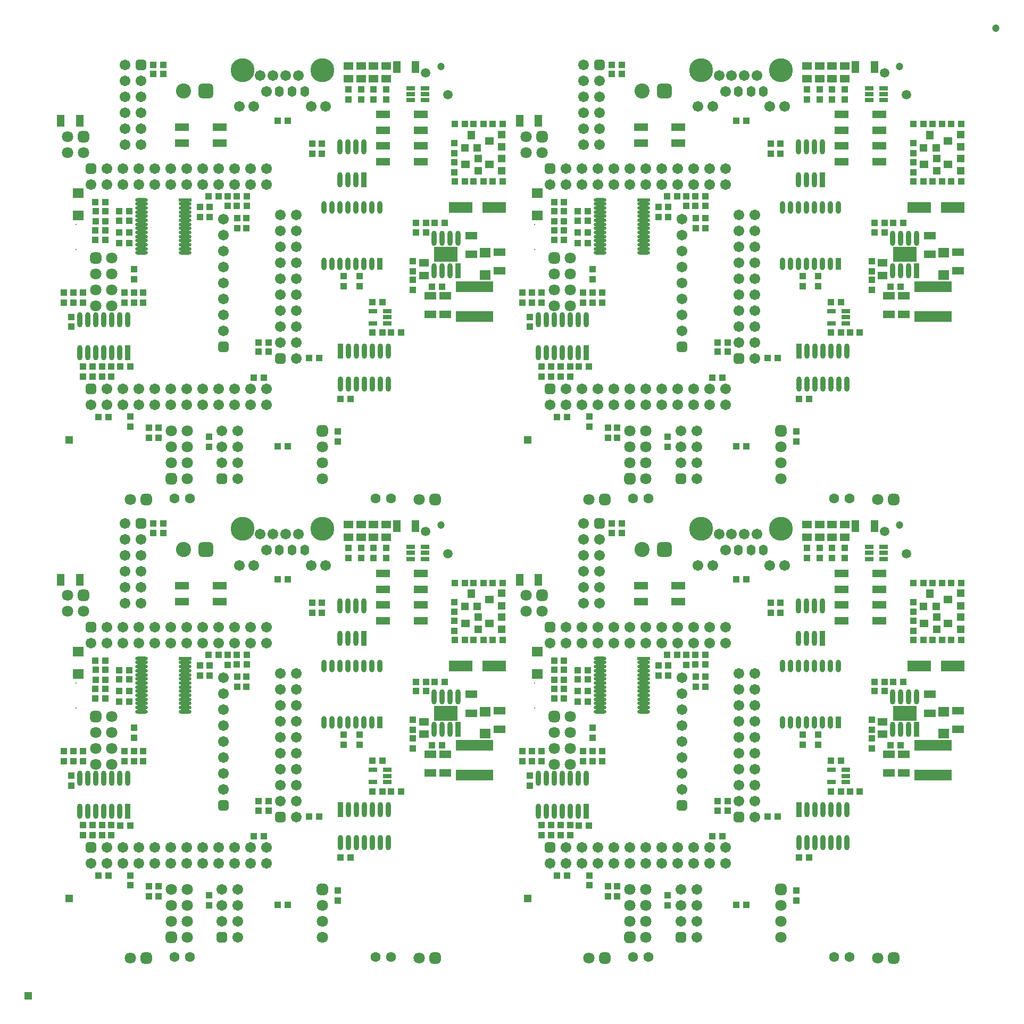
<source format=gbs>
G04*
G04 #@! TF.GenerationSoftware,Altium Limited,Altium Designer,18.1.11 (251)*
G04*
G04 Layer_Color=16711935*
%FSLAX24Y24*%
%MOIN*%
G70*
G01*
G75*
%ADD60C,0.0474*%
%ADD61R,0.0474X0.0474*%
%ADD64R,0.0395X0.0434*%
%ADD66R,0.0789X0.0237*%
%ADD68C,0.0592*%
G04:AMPARAMS|DCode=69|XSize=71mil|YSize=71mil|CornerRadius=19.7mil|HoleSize=0mil|Usage=FLASHONLY|Rotation=270.000|XOffset=0mil|YOffset=0mil|HoleType=Round|Shape=RoundedRectangle|*
%AMROUNDEDRECTD69*
21,1,0.0710,0.0315,0,0,270.0*
21,1,0.0315,0.0710,0,0,270.0*
1,1,0.0395,-0.0157,-0.0157*
1,1,0.0395,-0.0157,0.0157*
1,1,0.0395,0.0157,0.0157*
1,1,0.0395,0.0157,-0.0157*
%
%ADD69ROUNDEDRECTD69*%
%ADD70C,0.0710*%
%ADD71C,0.0671*%
G04:AMPARAMS|DCode=72|XSize=67.1mil|YSize=67.1mil|CornerRadius=18.8mil|HoleSize=0mil|Usage=FLASHONLY|Rotation=0.000|XOffset=0mil|YOffset=0mil|HoleType=Round|Shape=RoundedRectangle|*
%AMROUNDEDRECTD72*
21,1,0.0671,0.0295,0,0,0.0*
21,1,0.0295,0.0671,0,0,0.0*
1,1,0.0375,0.0148,-0.0148*
1,1,0.0375,-0.0148,-0.0148*
1,1,0.0375,-0.0148,0.0148*
1,1,0.0375,0.0148,0.0148*
%
%ADD72ROUNDEDRECTD72*%
G04:AMPARAMS|DCode=73|XSize=67.1mil|YSize=67.1mil|CornerRadius=18.8mil|HoleSize=0mil|Usage=FLASHONLY|Rotation=90.000|XOffset=0mil|YOffset=0mil|HoleType=Round|Shape=RoundedRectangle|*
%AMROUNDEDRECTD73*
21,1,0.0671,0.0295,0,0,90.0*
21,1,0.0295,0.0671,0,0,90.0*
1,1,0.0375,0.0148,0.0148*
1,1,0.0375,0.0148,-0.0148*
1,1,0.0375,-0.0148,-0.0148*
1,1,0.0375,-0.0148,0.0148*
%
%ADD73ROUNDEDRECTD73*%
%ADD74C,0.0631*%
%ADD75C,0.0080*%
G04:AMPARAMS|DCode=76|XSize=71mil|YSize=71mil|CornerRadius=19.7mil|HoleSize=0mil|Usage=FLASHONLY|Rotation=180.000|XOffset=0mil|YOffset=0mil|HoleType=Round|Shape=RoundedRectangle|*
%AMROUNDEDRECTD76*
21,1,0.0710,0.0315,0,0,180.0*
21,1,0.0315,0.0710,0,0,180.0*
1,1,0.0395,-0.0157,0.0157*
1,1,0.0395,0.0157,0.0157*
1,1,0.0395,0.0157,-0.0157*
1,1,0.0395,-0.0157,-0.0157*
%
%ADD76ROUNDEDRECTD76*%
%ADD77O,0.0552X0.0671*%
%ADD78C,0.1497*%
%ADD79C,0.0946*%
G04:AMPARAMS|DCode=80|XSize=94.6mil|YSize=94.6mil|CornerRadius=25.7mil|HoleSize=0mil|Usage=FLASHONLY|Rotation=90.000|XOffset=0mil|YOffset=0mil|HoleType=Round|Shape=RoundedRectangle|*
%AMROUNDEDRECTD80*
21,1,0.0946,0.0433,0,0,90.0*
21,1,0.0433,0.0946,0,0,90.0*
1,1,0.0513,0.0217,0.0217*
1,1,0.0513,0.0217,-0.0217*
1,1,0.0513,-0.0217,-0.0217*
1,1,0.0513,-0.0217,0.0217*
%
%ADD80ROUNDEDRECTD80*%
%ADD81O,0.0336X0.0946*%
%ADD82R,0.0336X0.0946*%
%ADD83R,0.0592X0.0513*%
%ADD84R,0.0434X0.0395*%
%ADD85R,0.2324X0.0710*%
%ADD86R,0.0671X0.0592*%
%ADD87R,0.0474X0.0749*%
%ADD88O,0.0789X0.0237*%
%ADD89R,0.0552X0.0316*%
%ADD90R,0.0552X0.0474*%
%ADD91O,0.0324X0.0781*%
%ADD92R,0.0324X0.0781*%
%ADD93R,0.0474X0.0474*%
%ADD94R,0.0474X0.0552*%
%ADD95R,0.1458X0.0946*%
%ADD96R,0.0867X0.0513*%
%ADD97R,0.0749X0.0474*%
%ADD98R,0.1458X0.0710*%
D60*
X59055Y59055D02*
D03*
X24291Y27913D02*
D03*
X53032D02*
D03*
X24291Y56654D02*
D03*
X53032D02*
D03*
D61*
X-1575Y-1575D02*
D03*
X984Y4528D02*
D03*
X26614Y21378D02*
D03*
Y22165D02*
D03*
X28110Y22873D02*
D03*
Y23661D02*
D03*
Y21378D02*
D03*
Y22165D02*
D03*
X29724Y4528D02*
D03*
X55354Y21378D02*
D03*
Y22165D02*
D03*
X56850Y22873D02*
D03*
Y23661D02*
D03*
Y21378D02*
D03*
Y22165D02*
D03*
X984Y33268D02*
D03*
X26614Y50118D02*
D03*
Y50906D02*
D03*
X28110Y51613D02*
D03*
Y52401D02*
D03*
Y50118D02*
D03*
Y50906D02*
D03*
X29724Y33268D02*
D03*
X55354Y50118D02*
D03*
Y50906D02*
D03*
X56850Y51613D02*
D03*
Y52401D02*
D03*
Y50118D02*
D03*
Y50906D02*
D03*
D64*
X4764Y18839D02*
D03*
X4134D02*
D03*
X4764Y18248D02*
D03*
X4134D02*
D03*
X21801Y11240D02*
D03*
X21171D02*
D03*
X11496Y19783D02*
D03*
X12126D02*
D03*
X3268Y17067D02*
D03*
X2638D02*
D03*
X3268Y17657D02*
D03*
X2638D02*
D03*
X4754Y16860D02*
D03*
X4124D02*
D03*
X4764Y17520D02*
D03*
X4134D02*
D03*
X6880Y27441D02*
D03*
X6250D02*
D03*
X6890Y28031D02*
D03*
X6260D02*
D03*
X25157Y24310D02*
D03*
X25787D02*
D03*
X27520D02*
D03*
X28150D02*
D03*
X26339D02*
D03*
X26969D02*
D03*
X28150Y20728D02*
D03*
X27520D02*
D03*
X26969D02*
D03*
X26339D02*
D03*
X25157Y20728D02*
D03*
X25787D02*
D03*
X20620Y11240D02*
D03*
X19990D02*
D03*
X14685Y4134D02*
D03*
X14055D02*
D03*
X24360Y14134D02*
D03*
X23730D02*
D03*
X23346Y18110D02*
D03*
X22717D02*
D03*
X23346Y17520D02*
D03*
X22717D02*
D03*
X24528Y18110D02*
D03*
X23898D02*
D03*
X20620Y13169D02*
D03*
X19990D02*
D03*
X4833Y9104D02*
D03*
X4203D02*
D03*
X12126Y19193D02*
D03*
X11496Y19193D02*
D03*
X14055Y24528D02*
D03*
X14685D02*
D03*
X18622Y7087D02*
D03*
X17992D02*
D03*
X16024Y9646D02*
D03*
X16654D02*
D03*
X2638Y19429D02*
D03*
X3268D02*
D03*
X10354Y19783D02*
D03*
X9724Y19783D02*
D03*
X13504Y10630D02*
D03*
X12874D02*
D03*
X13504Y10039D02*
D03*
X12874D02*
D03*
X2825Y5955D02*
D03*
X3455D02*
D03*
X12559Y8425D02*
D03*
X13189D02*
D03*
X33504Y18839D02*
D03*
X32874D02*
D03*
X33504Y18248D02*
D03*
X32874D02*
D03*
X50541Y11240D02*
D03*
X49911D02*
D03*
X40236Y19783D02*
D03*
X40866D02*
D03*
X32008Y17067D02*
D03*
X31378D02*
D03*
X32008Y17657D02*
D03*
X31378D02*
D03*
X33494Y16860D02*
D03*
X32864D02*
D03*
X33504Y17520D02*
D03*
X32874D02*
D03*
X35620Y27441D02*
D03*
X34990D02*
D03*
X35630Y28031D02*
D03*
X35000D02*
D03*
X53898Y24310D02*
D03*
X54528D02*
D03*
X56260D02*
D03*
X56890D02*
D03*
X55079D02*
D03*
X55709D02*
D03*
X56890Y20728D02*
D03*
X56260D02*
D03*
X55709D02*
D03*
X55079D02*
D03*
X53898Y20728D02*
D03*
X54528D02*
D03*
X49360Y11240D02*
D03*
X48730D02*
D03*
X43425Y4134D02*
D03*
X42795D02*
D03*
X53100Y14134D02*
D03*
X52470D02*
D03*
X52087Y18110D02*
D03*
X51457D02*
D03*
X52087Y17520D02*
D03*
X51457D02*
D03*
X53268Y18110D02*
D03*
X52638D02*
D03*
X49360Y13169D02*
D03*
X48730D02*
D03*
X33573Y9104D02*
D03*
X32943D02*
D03*
X40866Y19193D02*
D03*
X40236Y19193D02*
D03*
X42795Y24528D02*
D03*
X43425D02*
D03*
X47362Y7087D02*
D03*
X46732D02*
D03*
X44764Y9646D02*
D03*
X45394D02*
D03*
X31378Y19429D02*
D03*
X32008D02*
D03*
X39094Y19783D02*
D03*
X38465Y19783D02*
D03*
X42244Y10630D02*
D03*
X41614D02*
D03*
X42244Y10039D02*
D03*
X41614D02*
D03*
X31565Y5955D02*
D03*
X32195D02*
D03*
X41299Y8425D02*
D03*
X41929D02*
D03*
X4764Y47579D02*
D03*
X4134D02*
D03*
X4764Y46988D02*
D03*
X4134D02*
D03*
X21801Y39980D02*
D03*
X21171D02*
D03*
X11496Y48524D02*
D03*
X12126D02*
D03*
X3268Y45807D02*
D03*
X2638D02*
D03*
X3268Y46398D02*
D03*
X2638D02*
D03*
X4754Y45600D02*
D03*
X4124D02*
D03*
X4764Y46260D02*
D03*
X4134D02*
D03*
X6880Y56181D02*
D03*
X6250D02*
D03*
X6890Y56772D02*
D03*
X6260D02*
D03*
X25157Y53050D02*
D03*
X25787D02*
D03*
X27520D02*
D03*
X28150D02*
D03*
X26339D02*
D03*
X26969D02*
D03*
X28150Y49468D02*
D03*
X27520D02*
D03*
X26969D02*
D03*
X26339D02*
D03*
X25157Y49468D02*
D03*
X25787D02*
D03*
X20620Y39980D02*
D03*
X19990D02*
D03*
X14685Y32874D02*
D03*
X14055D02*
D03*
X24360Y42874D02*
D03*
X23730D02*
D03*
X23346Y46850D02*
D03*
X22717D02*
D03*
X23346Y46260D02*
D03*
X22717D02*
D03*
X24528Y46850D02*
D03*
X23898D02*
D03*
X20620Y41909D02*
D03*
X19990D02*
D03*
X4833Y37844D02*
D03*
X4203D02*
D03*
X12126Y47933D02*
D03*
X11496Y47933D02*
D03*
X14055Y53268D02*
D03*
X14685D02*
D03*
X18622Y35827D02*
D03*
X17992D02*
D03*
X16024Y38386D02*
D03*
X16654D02*
D03*
X2638Y48169D02*
D03*
X3268D02*
D03*
X10354Y48524D02*
D03*
X9724Y48524D02*
D03*
X13504Y39370D02*
D03*
X12874D02*
D03*
X13504Y38780D02*
D03*
X12874D02*
D03*
X2825Y34695D02*
D03*
X3455D02*
D03*
X12559Y37165D02*
D03*
X13189D02*
D03*
X33504Y47579D02*
D03*
X32874D02*
D03*
X33504Y46988D02*
D03*
X32874D02*
D03*
X50541Y39980D02*
D03*
X49911D02*
D03*
X40236Y48524D02*
D03*
X40866D02*
D03*
X32008Y45807D02*
D03*
X31378D02*
D03*
X32008Y46398D02*
D03*
X31378D02*
D03*
X33494Y45600D02*
D03*
X32864D02*
D03*
X33504Y46260D02*
D03*
X32874D02*
D03*
X35620Y56181D02*
D03*
X34990D02*
D03*
X35630Y56772D02*
D03*
X35000D02*
D03*
X53898Y53050D02*
D03*
X54528D02*
D03*
X56260D02*
D03*
X56890D02*
D03*
X55079D02*
D03*
X55709D02*
D03*
X56890Y49468D02*
D03*
X56260D02*
D03*
X55709D02*
D03*
X55079D02*
D03*
X53898Y49468D02*
D03*
X54528D02*
D03*
X49360Y39980D02*
D03*
X48730D02*
D03*
X43425Y32874D02*
D03*
X42795D02*
D03*
X53100Y42874D02*
D03*
X52470D02*
D03*
X52087Y46850D02*
D03*
X51457D02*
D03*
X52087Y46260D02*
D03*
X51457D02*
D03*
X53268Y46850D02*
D03*
X52638D02*
D03*
X49360Y41909D02*
D03*
X48730D02*
D03*
X33573Y37844D02*
D03*
X32943D02*
D03*
X40866Y47933D02*
D03*
X40236Y47933D02*
D03*
X42795Y53268D02*
D03*
X43425D02*
D03*
X47362Y35827D02*
D03*
X46732D02*
D03*
X44764Y38386D02*
D03*
X45394D02*
D03*
X31378Y48169D02*
D03*
X32008D02*
D03*
X39094Y48524D02*
D03*
X38465Y48524D02*
D03*
X42244Y39370D02*
D03*
X41614D02*
D03*
X42244Y38780D02*
D03*
X41614D02*
D03*
X31565Y34695D02*
D03*
X32195D02*
D03*
X41299Y37165D02*
D03*
X41929D02*
D03*
D66*
X8268Y19567D02*
D03*
X37008D02*
D03*
X8268Y48307D02*
D03*
X37008D02*
D03*
D68*
X24729Y26138D02*
D03*
X23337Y27530D02*
D03*
X53469Y26138D02*
D03*
X52077Y27530D02*
D03*
X24729Y54878D02*
D03*
X23337Y56270D02*
D03*
X53469Y54878D02*
D03*
X52077Y56270D02*
D03*
D69*
X2659Y15919D02*
D03*
X1878Y23531D02*
D03*
X7386Y2087D02*
D03*
X16850Y5085D02*
D03*
X31400Y15919D02*
D03*
X30618Y23531D02*
D03*
X36126Y2087D02*
D03*
X45591Y5085D02*
D03*
X2659Y44659D02*
D03*
X1878Y52272D02*
D03*
X7386Y30827D02*
D03*
X16850Y33825D02*
D03*
X31400Y44659D02*
D03*
X30618Y52272D02*
D03*
X36126Y30827D02*
D03*
X45591Y33825D02*
D03*
D70*
X3659Y15919D02*
D03*
X2659Y14919D02*
D03*
X3659D02*
D03*
X2659Y13919D02*
D03*
X3659D02*
D03*
X2659Y12919D02*
D03*
X3659D02*
D03*
X878Y22531D02*
D03*
X1878D02*
D03*
X878Y23531D02*
D03*
X22925Y787D02*
D03*
X4815D02*
D03*
X8386Y5087D02*
D03*
X7386D02*
D03*
X8386Y4087D02*
D03*
X7386D02*
D03*
X8386Y3087D02*
D03*
X7386D02*
D03*
X8386Y2087D02*
D03*
X16850Y2085D02*
D03*
Y3085D02*
D03*
Y4085D02*
D03*
X32400Y15919D02*
D03*
X31400Y14919D02*
D03*
X32400D02*
D03*
X31400Y13919D02*
D03*
X32400D02*
D03*
X31400Y12919D02*
D03*
X32400D02*
D03*
X29618Y22531D02*
D03*
X30618D02*
D03*
X29618Y23531D02*
D03*
X51665Y787D02*
D03*
X33555D02*
D03*
X37126Y5087D02*
D03*
X36126D02*
D03*
X37126Y4087D02*
D03*
X36126D02*
D03*
X37126Y3087D02*
D03*
X36126D02*
D03*
X37126Y2087D02*
D03*
X45591Y2085D02*
D03*
Y3085D02*
D03*
Y4085D02*
D03*
X3659Y44659D02*
D03*
X2659Y43659D02*
D03*
X3659D02*
D03*
X2659Y42659D02*
D03*
X3659D02*
D03*
X2659Y41659D02*
D03*
X3659D02*
D03*
X878Y51272D02*
D03*
X1878D02*
D03*
X878Y52272D02*
D03*
X22925Y29528D02*
D03*
X4815D02*
D03*
X8386Y33827D02*
D03*
X7386D02*
D03*
X8386Y32827D02*
D03*
X7386D02*
D03*
X8386Y31827D02*
D03*
X7386D02*
D03*
X8386Y30827D02*
D03*
X16850Y30825D02*
D03*
Y31825D02*
D03*
Y32825D02*
D03*
X32400Y44659D02*
D03*
X31400Y43659D02*
D03*
X32400D02*
D03*
X31400Y42659D02*
D03*
X32400D02*
D03*
X31400Y41659D02*
D03*
X32400D02*
D03*
X29618Y51272D02*
D03*
X30618D02*
D03*
X29618Y52272D02*
D03*
X51665Y29528D02*
D03*
X33555D02*
D03*
X37126Y33827D02*
D03*
X36126D02*
D03*
X37126Y32827D02*
D03*
X36126D02*
D03*
X37126Y31827D02*
D03*
X36126D02*
D03*
X37126Y30827D02*
D03*
X45591Y30825D02*
D03*
Y31825D02*
D03*
Y32825D02*
D03*
D71*
X5372Y7726D02*
D03*
X6372D02*
D03*
X3372D02*
D03*
X4372D02*
D03*
X7372D02*
D03*
X8372D02*
D03*
X9372D02*
D03*
X10372D02*
D03*
X11372D02*
D03*
X12372D02*
D03*
X13372D02*
D03*
Y6726D02*
D03*
X12372D02*
D03*
X11372D02*
D03*
X10372D02*
D03*
X9372D02*
D03*
X8372D02*
D03*
X7372D02*
D03*
X2372D02*
D03*
X4372D02*
D03*
X3372D02*
D03*
X6372D02*
D03*
X5372D02*
D03*
Y21518D02*
D03*
X6372D02*
D03*
X3372D02*
D03*
X4372D02*
D03*
X7372D02*
D03*
X10372D02*
D03*
X11372D02*
D03*
X8372D02*
D03*
X9372D02*
D03*
X2372Y20518D02*
D03*
X9372D02*
D03*
X8372D02*
D03*
X11372D02*
D03*
X10372D02*
D03*
X7372D02*
D03*
X4372D02*
D03*
X3372D02*
D03*
X6372D02*
D03*
X5372D02*
D03*
X12372Y21518D02*
D03*
Y20518D02*
D03*
X13372D02*
D03*
Y21518D02*
D03*
X15236Y12622D02*
D03*
Y13622D02*
D03*
Y10622D02*
D03*
Y11622D02*
D03*
Y9622D02*
D03*
Y14622D02*
D03*
Y15622D02*
D03*
Y16622D02*
D03*
Y17622D02*
D03*
Y18622D02*
D03*
X14236Y12622D02*
D03*
Y13622D02*
D03*
Y10622D02*
D03*
Y11622D02*
D03*
Y14622D02*
D03*
Y15622D02*
D03*
Y16622D02*
D03*
Y17622D02*
D03*
Y18622D02*
D03*
X13770Y27352D02*
D03*
X10644Y18370D02*
D03*
Y17370D02*
D03*
Y16370D02*
D03*
Y15370D02*
D03*
Y14370D02*
D03*
Y13370D02*
D03*
Y12370D02*
D03*
Y11370D02*
D03*
X12970Y27352D02*
D03*
X13372Y26352D02*
D03*
X14569Y27352D02*
D03*
X15368D02*
D03*
X17071Y25404D02*
D03*
X16169D02*
D03*
X11669D02*
D03*
X12571D02*
D03*
X11573Y5083D02*
D03*
X10573D02*
D03*
X11573Y4083D02*
D03*
X10573D02*
D03*
X11573Y3083D02*
D03*
X10573D02*
D03*
X11573Y2083D02*
D03*
X4478Y23020D02*
D03*
X5478D02*
D03*
X4478Y24020D02*
D03*
X5478D02*
D03*
X4478Y25020D02*
D03*
X5478D02*
D03*
X4478Y26020D02*
D03*
X5478D02*
D03*
X4478Y27020D02*
D03*
X5478D02*
D03*
X4478Y28020D02*
D03*
X34112Y7726D02*
D03*
X35112D02*
D03*
X32112D02*
D03*
X33112D02*
D03*
X36112D02*
D03*
X37112D02*
D03*
X38112D02*
D03*
X39112D02*
D03*
X40112D02*
D03*
X41112D02*
D03*
X42112D02*
D03*
Y6726D02*
D03*
X41112D02*
D03*
X40112D02*
D03*
X39112D02*
D03*
X38112D02*
D03*
X37112D02*
D03*
X36112D02*
D03*
X31112D02*
D03*
X33112D02*
D03*
X32112D02*
D03*
X35112D02*
D03*
X34112D02*
D03*
Y21518D02*
D03*
X35112D02*
D03*
X32112D02*
D03*
X33112D02*
D03*
X36112D02*
D03*
X39112D02*
D03*
X40112D02*
D03*
X37112D02*
D03*
X38112D02*
D03*
X31112Y20518D02*
D03*
X38112D02*
D03*
X37112D02*
D03*
X40112D02*
D03*
X39112D02*
D03*
X36112D02*
D03*
X33112D02*
D03*
X32112D02*
D03*
X35112D02*
D03*
X34112D02*
D03*
X41112Y21518D02*
D03*
Y20518D02*
D03*
X42112D02*
D03*
Y21518D02*
D03*
X43976Y12622D02*
D03*
Y13622D02*
D03*
Y10622D02*
D03*
Y11622D02*
D03*
Y9622D02*
D03*
Y14622D02*
D03*
Y15622D02*
D03*
Y16622D02*
D03*
Y17622D02*
D03*
Y18622D02*
D03*
X42976Y12622D02*
D03*
Y13622D02*
D03*
Y10622D02*
D03*
Y11622D02*
D03*
Y14622D02*
D03*
Y15622D02*
D03*
Y16622D02*
D03*
Y17622D02*
D03*
Y18622D02*
D03*
X42510Y27352D02*
D03*
X39384Y18370D02*
D03*
Y17370D02*
D03*
Y16370D02*
D03*
Y15370D02*
D03*
Y14370D02*
D03*
Y13370D02*
D03*
Y12370D02*
D03*
Y11370D02*
D03*
X41711Y27352D02*
D03*
X42112Y26352D02*
D03*
X43309Y27352D02*
D03*
X44108D02*
D03*
X45811Y25404D02*
D03*
X44909D02*
D03*
X40409D02*
D03*
X41311D02*
D03*
X40313Y5083D02*
D03*
X39313D02*
D03*
X40313Y4083D02*
D03*
X39313D02*
D03*
X40313Y3083D02*
D03*
X39313D02*
D03*
X40313Y2083D02*
D03*
X33219Y23020D02*
D03*
X34219D02*
D03*
X33219Y24020D02*
D03*
X34219D02*
D03*
X33219Y25020D02*
D03*
X34219D02*
D03*
X33219Y26020D02*
D03*
X34219D02*
D03*
X33219Y27020D02*
D03*
X34219D02*
D03*
X33219Y28020D02*
D03*
X5372Y36467D02*
D03*
X6372D02*
D03*
X3372D02*
D03*
X4372D02*
D03*
X7372D02*
D03*
X8372D02*
D03*
X9372D02*
D03*
X10372D02*
D03*
X11372D02*
D03*
X12372D02*
D03*
X13372D02*
D03*
Y35467D02*
D03*
X12372D02*
D03*
X11372D02*
D03*
X10372D02*
D03*
X9372D02*
D03*
X8372D02*
D03*
X7372D02*
D03*
X2372D02*
D03*
X4372D02*
D03*
X3372D02*
D03*
X6372D02*
D03*
X5372D02*
D03*
Y50258D02*
D03*
X6372D02*
D03*
X3372D02*
D03*
X4372D02*
D03*
X7372D02*
D03*
X10372D02*
D03*
X11372D02*
D03*
X8372D02*
D03*
X9372D02*
D03*
X2372Y49258D02*
D03*
X9372D02*
D03*
X8372D02*
D03*
X11372D02*
D03*
X10372D02*
D03*
X7372D02*
D03*
X4372D02*
D03*
X3372D02*
D03*
X6372D02*
D03*
X5372D02*
D03*
X12372Y50258D02*
D03*
Y49258D02*
D03*
X13372D02*
D03*
Y50258D02*
D03*
X15236Y41362D02*
D03*
Y42362D02*
D03*
Y39362D02*
D03*
Y40362D02*
D03*
Y38362D02*
D03*
Y43362D02*
D03*
Y44362D02*
D03*
Y45362D02*
D03*
Y46362D02*
D03*
Y47362D02*
D03*
X14236Y41362D02*
D03*
Y42362D02*
D03*
Y39362D02*
D03*
Y40362D02*
D03*
Y43362D02*
D03*
Y44362D02*
D03*
Y45362D02*
D03*
Y46362D02*
D03*
Y47362D02*
D03*
X13770Y56093D02*
D03*
X10644Y47110D02*
D03*
Y46110D02*
D03*
Y45110D02*
D03*
Y44110D02*
D03*
Y43110D02*
D03*
Y42110D02*
D03*
Y41110D02*
D03*
Y40110D02*
D03*
X12970Y56093D02*
D03*
X13372Y55093D02*
D03*
X14569Y56093D02*
D03*
X15368D02*
D03*
X17071Y54144D02*
D03*
X16169D02*
D03*
X11669D02*
D03*
X12571D02*
D03*
X11573Y33823D02*
D03*
X10573D02*
D03*
X11573Y32823D02*
D03*
X10573D02*
D03*
X11573Y31823D02*
D03*
X10573D02*
D03*
X11573Y30823D02*
D03*
X4478Y51760D02*
D03*
X5478D02*
D03*
X4478Y52760D02*
D03*
X5478D02*
D03*
X4478Y53760D02*
D03*
X5478D02*
D03*
X4478Y54760D02*
D03*
X5478D02*
D03*
X4478Y55760D02*
D03*
X5478D02*
D03*
X4478Y56760D02*
D03*
X34112Y36467D02*
D03*
X35112D02*
D03*
X32112D02*
D03*
X33112D02*
D03*
X36112D02*
D03*
X37112D02*
D03*
X38112D02*
D03*
X39112D02*
D03*
X40112D02*
D03*
X41112D02*
D03*
X42112D02*
D03*
Y35467D02*
D03*
X41112D02*
D03*
X40112D02*
D03*
X39112D02*
D03*
X38112D02*
D03*
X37112D02*
D03*
X36112D02*
D03*
X31112D02*
D03*
X33112D02*
D03*
X32112D02*
D03*
X35112D02*
D03*
X34112D02*
D03*
Y50258D02*
D03*
X35112D02*
D03*
X32112D02*
D03*
X33112D02*
D03*
X36112D02*
D03*
X39112D02*
D03*
X40112D02*
D03*
X37112D02*
D03*
X38112D02*
D03*
X31112Y49258D02*
D03*
X38112D02*
D03*
X37112D02*
D03*
X40112D02*
D03*
X39112D02*
D03*
X36112D02*
D03*
X33112D02*
D03*
X32112D02*
D03*
X35112D02*
D03*
X34112D02*
D03*
X41112Y50258D02*
D03*
Y49258D02*
D03*
X42112D02*
D03*
Y50258D02*
D03*
X43976Y41362D02*
D03*
Y42362D02*
D03*
Y39362D02*
D03*
Y40362D02*
D03*
Y38362D02*
D03*
Y43362D02*
D03*
Y44362D02*
D03*
Y45362D02*
D03*
Y46362D02*
D03*
Y47362D02*
D03*
X42976Y41362D02*
D03*
Y42362D02*
D03*
Y39362D02*
D03*
Y40362D02*
D03*
Y43362D02*
D03*
Y44362D02*
D03*
Y45362D02*
D03*
Y46362D02*
D03*
Y47362D02*
D03*
X42510Y56093D02*
D03*
X39384Y47110D02*
D03*
Y46110D02*
D03*
Y45110D02*
D03*
Y44110D02*
D03*
Y43110D02*
D03*
Y42110D02*
D03*
Y41110D02*
D03*
Y40110D02*
D03*
X41711Y56093D02*
D03*
X42112Y55093D02*
D03*
X43309Y56093D02*
D03*
X44108D02*
D03*
X45811Y54144D02*
D03*
X44909D02*
D03*
X40409D02*
D03*
X41311D02*
D03*
X40313Y33823D02*
D03*
X39313D02*
D03*
X40313Y32823D02*
D03*
X39313D02*
D03*
X40313Y31823D02*
D03*
X39313D02*
D03*
X40313Y30823D02*
D03*
X33219Y51760D02*
D03*
X34219D02*
D03*
X33219Y52760D02*
D03*
X34219D02*
D03*
X33219Y53760D02*
D03*
X34219D02*
D03*
X33219Y54760D02*
D03*
X34219D02*
D03*
X33219Y55760D02*
D03*
X34219D02*
D03*
X33219Y56760D02*
D03*
D72*
X2372Y7726D02*
D03*
Y21518D02*
D03*
X31112Y7726D02*
D03*
Y21518D02*
D03*
X2372Y36467D02*
D03*
Y50258D02*
D03*
X31112Y36467D02*
D03*
Y50258D02*
D03*
D73*
X14236Y9622D02*
D03*
X10644Y10370D02*
D03*
X10573Y2083D02*
D03*
X5478Y28020D02*
D03*
X42976Y9622D02*
D03*
X39384Y10370D02*
D03*
X39313Y2083D02*
D03*
X34219Y28020D02*
D03*
X14236Y38362D02*
D03*
X10644Y39110D02*
D03*
X10573Y30823D02*
D03*
X5478Y56760D02*
D03*
X42976Y38362D02*
D03*
X39384Y39110D02*
D03*
X39313Y30823D02*
D03*
X34219Y56760D02*
D03*
D74*
X7579Y866D02*
D03*
X8563D02*
D03*
X21161D02*
D03*
X20177D02*
D03*
X36319D02*
D03*
X37303D02*
D03*
X49902D02*
D03*
X48917D02*
D03*
X7579Y29606D02*
D03*
X8563D02*
D03*
X21161D02*
D03*
X20177D02*
D03*
X36319D02*
D03*
X37303D02*
D03*
X49902D02*
D03*
X48917D02*
D03*
D75*
X1427Y18022D02*
D03*
Y16447D02*
D03*
X30167Y18022D02*
D03*
Y16447D02*
D03*
X1427Y46762D02*
D03*
Y45187D02*
D03*
X30167Y46762D02*
D03*
Y45187D02*
D03*
D76*
X23925Y787D02*
D03*
X5815D02*
D03*
X52665D02*
D03*
X34555D02*
D03*
X23925Y29528D02*
D03*
X5815D02*
D03*
X52665D02*
D03*
X34555D02*
D03*
D77*
X14171Y26352D02*
D03*
X14970D02*
D03*
X15770D02*
D03*
X42911D02*
D03*
X43711D02*
D03*
X44510D02*
D03*
X14171Y55093D02*
D03*
X14970D02*
D03*
X15770D02*
D03*
X42911D02*
D03*
X43711D02*
D03*
X44510D02*
D03*
D78*
X11870Y27703D02*
D03*
X16870D02*
D03*
X40610D02*
D03*
X45610D02*
D03*
X11870Y56443D02*
D03*
X16870D02*
D03*
X40610D02*
D03*
X45610D02*
D03*
D79*
X8169Y26378D02*
D03*
X36909D02*
D03*
X8169Y55118D02*
D03*
X36909D02*
D03*
D80*
X9547Y26378D02*
D03*
X38287D02*
D03*
X9547Y55118D02*
D03*
X38287D02*
D03*
D81*
X18951Y20827D02*
D03*
X1650Y10000D02*
D03*
Y12047D02*
D03*
X2650Y10000D02*
D03*
X2150Y10000D02*
D03*
Y12047D02*
D03*
X2650D02*
D03*
X4650D02*
D03*
X4150D02*
D03*
X3650D02*
D03*
X3150D02*
D03*
Y10000D02*
D03*
X3650Y10000D02*
D03*
X4150Y10000D02*
D03*
X20988Y10079D02*
D03*
Y8031D02*
D03*
X19988Y10079D02*
D03*
X20488D02*
D03*
Y8031D02*
D03*
X19988D02*
D03*
X17988D02*
D03*
X18488D02*
D03*
X18988Y8031D02*
D03*
X19488Y8031D02*
D03*
Y10079D02*
D03*
X18988D02*
D03*
X18488Y10079D02*
D03*
X24856Y15118D02*
D03*
X24356D02*
D03*
X23856D02*
D03*
Y17165D02*
D03*
X24356D02*
D03*
X24856D02*
D03*
X25356D02*
D03*
X19451Y22874D02*
D03*
X18951D02*
D03*
X18451D02*
D03*
X17951D02*
D03*
Y20827D02*
D03*
X18451D02*
D03*
X47691D02*
D03*
X30390Y10000D02*
D03*
Y12047D02*
D03*
X31390Y10000D02*
D03*
X30890Y10000D02*
D03*
Y12047D02*
D03*
X31390D02*
D03*
X33390D02*
D03*
X32890D02*
D03*
X32390D02*
D03*
X31890D02*
D03*
Y10000D02*
D03*
X32390Y10000D02*
D03*
X32890Y10000D02*
D03*
X49728Y10079D02*
D03*
Y8031D02*
D03*
X48728Y10079D02*
D03*
X49228D02*
D03*
Y8031D02*
D03*
X48728D02*
D03*
X46728D02*
D03*
X47228D02*
D03*
X47728Y8031D02*
D03*
X48228Y8031D02*
D03*
Y10079D02*
D03*
X47728D02*
D03*
X47228Y10079D02*
D03*
X53596Y15118D02*
D03*
X53096D02*
D03*
X52596D02*
D03*
Y17165D02*
D03*
X53096D02*
D03*
X53596D02*
D03*
X54096D02*
D03*
X48191Y22874D02*
D03*
X47691D02*
D03*
X47191D02*
D03*
X46691D02*
D03*
Y20827D02*
D03*
X47191D02*
D03*
X18951Y49567D02*
D03*
X1650Y38740D02*
D03*
Y40787D02*
D03*
X2650Y38740D02*
D03*
X2150Y38740D02*
D03*
Y40787D02*
D03*
X2650D02*
D03*
X4650D02*
D03*
X4150D02*
D03*
X3650D02*
D03*
X3150D02*
D03*
Y38740D02*
D03*
X3650Y38740D02*
D03*
X4150Y38740D02*
D03*
X20988Y38819D02*
D03*
Y36772D02*
D03*
X19988Y38819D02*
D03*
X20488D02*
D03*
Y36772D02*
D03*
X19988D02*
D03*
X17988D02*
D03*
X18488D02*
D03*
X18988Y36772D02*
D03*
X19488Y36772D02*
D03*
Y38819D02*
D03*
X18988D02*
D03*
X18488Y38819D02*
D03*
X24856Y43858D02*
D03*
X24356D02*
D03*
X23856D02*
D03*
Y45906D02*
D03*
X24356D02*
D03*
X24856D02*
D03*
X25356D02*
D03*
X19451Y51614D02*
D03*
X18951D02*
D03*
X18451D02*
D03*
X17951D02*
D03*
Y49567D02*
D03*
X18451D02*
D03*
X47691D02*
D03*
X30390Y38740D02*
D03*
Y40787D02*
D03*
X31390Y38740D02*
D03*
X30890Y38740D02*
D03*
Y40787D02*
D03*
X31390D02*
D03*
X33390D02*
D03*
X32890D02*
D03*
X32390D02*
D03*
X31890D02*
D03*
Y38740D02*
D03*
X32390Y38740D02*
D03*
X32890Y38740D02*
D03*
X49728Y38819D02*
D03*
Y36772D02*
D03*
X48728Y38819D02*
D03*
X49228D02*
D03*
Y36772D02*
D03*
X48728D02*
D03*
X46728D02*
D03*
X47228D02*
D03*
X47728Y36772D02*
D03*
X48228Y36772D02*
D03*
Y38819D02*
D03*
X47728D02*
D03*
X47228Y38819D02*
D03*
X53596Y43858D02*
D03*
X53096D02*
D03*
X52596D02*
D03*
Y45906D02*
D03*
X53096D02*
D03*
X53596D02*
D03*
X54096D02*
D03*
X48191Y51614D02*
D03*
X47691D02*
D03*
X47191D02*
D03*
X46691D02*
D03*
Y49567D02*
D03*
X47191D02*
D03*
D82*
X19451Y20827D02*
D03*
X4650Y10000D02*
D03*
X17988Y10079D02*
D03*
X25356Y15118D02*
D03*
X48191Y20827D02*
D03*
X33390Y10000D02*
D03*
X46728Y10079D02*
D03*
X54096Y15118D02*
D03*
X19451Y49567D02*
D03*
X4650Y38740D02*
D03*
X17988Y38819D02*
D03*
X25356Y43858D02*
D03*
X48191Y49567D02*
D03*
X33390Y38740D02*
D03*
X46728Y38819D02*
D03*
X54096Y43858D02*
D03*
D83*
X18494Y27165D02*
D03*
Y27953D02*
D03*
X19282Y27165D02*
D03*
Y27953D02*
D03*
X20069Y27165D02*
D03*
Y27953D02*
D03*
X20856Y27165D02*
D03*
Y27953D02*
D03*
X23228Y14823D02*
D03*
Y15610D02*
D03*
X47234Y27165D02*
D03*
Y27953D02*
D03*
X48022Y27165D02*
D03*
Y27953D02*
D03*
X48809Y27165D02*
D03*
Y27953D02*
D03*
X49596Y27165D02*
D03*
Y27953D02*
D03*
X51968Y14823D02*
D03*
Y15610D02*
D03*
X18494Y55906D02*
D03*
Y56693D02*
D03*
X19282Y55906D02*
D03*
Y56693D02*
D03*
X20069Y55906D02*
D03*
Y56693D02*
D03*
X20856Y55906D02*
D03*
Y56693D02*
D03*
X23228Y43563D02*
D03*
Y44350D02*
D03*
X47234Y55906D02*
D03*
Y56693D02*
D03*
X48022Y55906D02*
D03*
Y56693D02*
D03*
X48809Y55906D02*
D03*
Y56693D02*
D03*
X49596Y55906D02*
D03*
Y56693D02*
D03*
X51968Y43563D02*
D03*
Y44350D02*
D03*
D84*
X22539Y14547D02*
D03*
Y13917D02*
D03*
X10925Y19173D02*
D03*
Y19803D02*
D03*
X4843Y5344D02*
D03*
Y5974D02*
D03*
X19193Y14783D02*
D03*
Y14154D02*
D03*
X18209Y14783D02*
D03*
Y14154D02*
D03*
X3248Y18858D02*
D03*
Y18228D02*
D03*
X2657D02*
D03*
Y18858D02*
D03*
X9744Y4715D02*
D03*
Y4085D02*
D03*
X17815Y4409D02*
D03*
Y5039D02*
D03*
X25138Y21928D02*
D03*
Y21298D02*
D03*
Y23109D02*
D03*
Y22479D02*
D03*
X2461Y8494D02*
D03*
Y9124D02*
D03*
X3051Y8494D02*
D03*
Y9124D02*
D03*
X16821Y23071D02*
D03*
Y22441D02*
D03*
X16230Y23071D02*
D03*
Y22441D02*
D03*
X22539Y15098D02*
D03*
Y15728D02*
D03*
X5640Y13750D02*
D03*
Y13120D02*
D03*
X5049Y13750D02*
D03*
Y13120D02*
D03*
X4459Y13750D02*
D03*
Y13120D02*
D03*
X1850Y13750D02*
D03*
Y13120D02*
D03*
X1260Y13750D02*
D03*
Y13120D02*
D03*
X669Y13750D02*
D03*
Y13120D02*
D03*
X1112Y12234D02*
D03*
Y11604D02*
D03*
X3642Y9124D02*
D03*
Y8494D02*
D03*
X1870Y9124D02*
D03*
Y8494D02*
D03*
X9793Y19114D02*
D03*
Y18484D02*
D03*
X9203Y19114D02*
D03*
Y18484D02*
D03*
X19282Y26496D02*
D03*
Y25866D02*
D03*
X18494Y26496D02*
D03*
Y25866D02*
D03*
X20069Y26496D02*
D03*
Y25866D02*
D03*
X20856Y26496D02*
D03*
Y25866D02*
D03*
X5049Y14587D02*
D03*
Y15217D02*
D03*
X6594Y4665D02*
D03*
Y5295D02*
D03*
X6004Y4665D02*
D03*
Y5295D02*
D03*
X11516Y18425D02*
D03*
Y17795D02*
D03*
X12106Y18425D02*
D03*
Y17795D02*
D03*
X51280Y14547D02*
D03*
Y13917D02*
D03*
X39665Y19173D02*
D03*
Y19803D02*
D03*
X33583Y5344D02*
D03*
Y5974D02*
D03*
X47933Y14783D02*
D03*
Y14154D02*
D03*
X46949Y14783D02*
D03*
Y14154D02*
D03*
X31988Y18858D02*
D03*
Y18228D02*
D03*
X31398D02*
D03*
Y18858D02*
D03*
X38484Y4715D02*
D03*
Y4085D02*
D03*
X46555Y4409D02*
D03*
Y5039D02*
D03*
X53878Y21928D02*
D03*
Y21298D02*
D03*
Y23109D02*
D03*
Y22479D02*
D03*
X31201Y8494D02*
D03*
Y9124D02*
D03*
X31791Y8494D02*
D03*
Y9124D02*
D03*
X45561Y23071D02*
D03*
Y22441D02*
D03*
X44970Y23071D02*
D03*
Y22441D02*
D03*
X51280Y15098D02*
D03*
Y15728D02*
D03*
X34380Y13750D02*
D03*
Y13120D02*
D03*
X33789Y13750D02*
D03*
Y13120D02*
D03*
X33199Y13750D02*
D03*
Y13120D02*
D03*
X30591Y13750D02*
D03*
Y13120D02*
D03*
X30000Y13750D02*
D03*
Y13120D02*
D03*
X29409Y13750D02*
D03*
Y13120D02*
D03*
X29852Y12234D02*
D03*
Y11604D02*
D03*
X32382Y9124D02*
D03*
Y8494D02*
D03*
X30610Y9124D02*
D03*
Y8494D02*
D03*
X38533Y19114D02*
D03*
Y18484D02*
D03*
X37943Y19114D02*
D03*
Y18484D02*
D03*
X48022Y26496D02*
D03*
Y25866D02*
D03*
X47234Y26496D02*
D03*
Y25866D02*
D03*
X48809Y26496D02*
D03*
Y25866D02*
D03*
X49596Y26496D02*
D03*
Y25866D02*
D03*
X33789Y14587D02*
D03*
Y15217D02*
D03*
X35335Y4665D02*
D03*
Y5295D02*
D03*
X34744Y4665D02*
D03*
Y5295D02*
D03*
X40256Y18425D02*
D03*
Y17795D02*
D03*
X40846Y18425D02*
D03*
Y17795D02*
D03*
X22539Y43287D02*
D03*
Y42657D02*
D03*
X10925Y47913D02*
D03*
Y48543D02*
D03*
X4843Y34085D02*
D03*
Y34715D02*
D03*
X19193Y43524D02*
D03*
Y42894D02*
D03*
X18209Y43524D02*
D03*
Y42894D02*
D03*
X3248Y47598D02*
D03*
Y46968D02*
D03*
X2657D02*
D03*
Y47598D02*
D03*
X9744Y33455D02*
D03*
Y32825D02*
D03*
X17815Y33150D02*
D03*
Y33780D02*
D03*
X25138Y50668D02*
D03*
Y50039D02*
D03*
Y51850D02*
D03*
Y51220D02*
D03*
X2461Y37234D02*
D03*
Y37864D02*
D03*
X3051Y37234D02*
D03*
Y37864D02*
D03*
X16821Y51811D02*
D03*
Y51181D02*
D03*
X16230Y51811D02*
D03*
Y51181D02*
D03*
X22539Y43839D02*
D03*
Y44468D02*
D03*
X5640Y42490D02*
D03*
Y41860D02*
D03*
X5049Y42490D02*
D03*
Y41860D02*
D03*
X4459Y42490D02*
D03*
Y41860D02*
D03*
X1850Y42490D02*
D03*
Y41860D02*
D03*
X1260Y42490D02*
D03*
Y41860D02*
D03*
X669Y42490D02*
D03*
Y41860D02*
D03*
X1112Y40974D02*
D03*
Y40344D02*
D03*
X3642Y37864D02*
D03*
Y37234D02*
D03*
X1870Y37864D02*
D03*
Y37234D02*
D03*
X9793Y47854D02*
D03*
Y47224D02*
D03*
X9203Y47854D02*
D03*
Y47224D02*
D03*
X19282Y55236D02*
D03*
Y54606D02*
D03*
X18494Y55236D02*
D03*
Y54606D02*
D03*
X20069Y55236D02*
D03*
Y54606D02*
D03*
X20856Y55236D02*
D03*
Y54606D02*
D03*
X5049Y43327D02*
D03*
Y43957D02*
D03*
X6594Y33406D02*
D03*
Y34035D02*
D03*
X6004Y33406D02*
D03*
Y34035D02*
D03*
X11516Y47165D02*
D03*
Y46535D02*
D03*
X12106Y47165D02*
D03*
Y46535D02*
D03*
X51280Y43287D02*
D03*
Y42657D02*
D03*
X39665Y47913D02*
D03*
Y48543D02*
D03*
X33583Y34085D02*
D03*
Y34715D02*
D03*
X47933Y43524D02*
D03*
Y42894D02*
D03*
X46949Y43524D02*
D03*
Y42894D02*
D03*
X31988Y47598D02*
D03*
Y46968D02*
D03*
X31398D02*
D03*
Y47598D02*
D03*
X38484Y33455D02*
D03*
Y32825D02*
D03*
X46555Y33150D02*
D03*
Y33780D02*
D03*
X53878Y50668D02*
D03*
Y50039D02*
D03*
Y51850D02*
D03*
Y51220D02*
D03*
X31201Y37234D02*
D03*
Y37864D02*
D03*
X31791Y37234D02*
D03*
Y37864D02*
D03*
X45561Y51811D02*
D03*
Y51181D02*
D03*
X44970Y51811D02*
D03*
Y51181D02*
D03*
X51280Y43839D02*
D03*
Y44468D02*
D03*
X34380Y42490D02*
D03*
Y41860D02*
D03*
X33789Y42490D02*
D03*
Y41860D02*
D03*
X33199Y42490D02*
D03*
Y41860D02*
D03*
X30591Y42490D02*
D03*
Y41860D02*
D03*
X30000Y42490D02*
D03*
Y41860D02*
D03*
X29409Y42490D02*
D03*
Y41860D02*
D03*
X29852Y40974D02*
D03*
Y40344D02*
D03*
X32382Y37864D02*
D03*
Y37234D02*
D03*
X30610Y37864D02*
D03*
Y37234D02*
D03*
X38533Y47854D02*
D03*
Y47224D02*
D03*
X37943Y47854D02*
D03*
Y47224D02*
D03*
X48022Y55236D02*
D03*
Y54606D02*
D03*
X47234Y55236D02*
D03*
Y54606D02*
D03*
X48809Y55236D02*
D03*
Y54606D02*
D03*
X49596Y55236D02*
D03*
Y54606D02*
D03*
X33789Y43327D02*
D03*
Y43957D02*
D03*
X35335Y33406D02*
D03*
Y34035D02*
D03*
X34744Y33406D02*
D03*
Y34035D02*
D03*
X40256Y47165D02*
D03*
Y46535D02*
D03*
X40846Y47165D02*
D03*
Y46535D02*
D03*
D85*
X26378Y12264D02*
D03*
Y14114D02*
D03*
X55118Y12264D02*
D03*
Y14114D02*
D03*
X26378Y41004D02*
D03*
Y42854D02*
D03*
X55118Y41004D02*
D03*
Y42854D02*
D03*
D86*
X1575Y18602D02*
D03*
Y19980D02*
D03*
X27067Y16240D02*
D03*
Y14862D02*
D03*
X30315Y18602D02*
D03*
Y19980D02*
D03*
X55807Y16240D02*
D03*
Y14862D02*
D03*
X1575Y47343D02*
D03*
Y48720D02*
D03*
X27067Y44980D02*
D03*
Y43602D02*
D03*
X30315Y47343D02*
D03*
Y48720D02*
D03*
X55807Y44980D02*
D03*
Y43602D02*
D03*
D87*
X1654Y24508D02*
D03*
X472Y24508D02*
D03*
X21526Y27874D02*
D03*
X22707Y27874D02*
D03*
X30394Y24508D02*
D03*
X29213Y24508D02*
D03*
X50266Y27874D02*
D03*
X51447Y27874D02*
D03*
X1654Y53248D02*
D03*
X472Y53248D02*
D03*
X21526Y56614D02*
D03*
X22707Y56614D02*
D03*
X30394Y53248D02*
D03*
X29213Y53248D02*
D03*
X50266Y56614D02*
D03*
X51447Y56614D02*
D03*
D88*
X5512Y17264D02*
D03*
Y17520D02*
D03*
Y17776D02*
D03*
Y18032D02*
D03*
Y19311D02*
D03*
Y19567D02*
D03*
Y18799D02*
D03*
Y18287D02*
D03*
Y18543D02*
D03*
X8268Y18032D02*
D03*
Y18287D02*
D03*
Y18543D02*
D03*
Y18799D02*
D03*
Y19055D02*
D03*
Y19311D02*
D03*
Y17776D02*
D03*
Y17264D02*
D03*
Y17520D02*
D03*
X5512Y19055D02*
D03*
X8268Y17008D02*
D03*
Y16752D02*
D03*
Y16496D02*
D03*
Y16240D02*
D03*
X5512Y17008D02*
D03*
Y16752D02*
D03*
Y16496D02*
D03*
X5512Y16240D02*
D03*
X34252Y17264D02*
D03*
Y17520D02*
D03*
Y17776D02*
D03*
Y18032D02*
D03*
Y19311D02*
D03*
Y19567D02*
D03*
Y18799D02*
D03*
Y18287D02*
D03*
Y18543D02*
D03*
X37008Y18032D02*
D03*
Y18287D02*
D03*
Y18543D02*
D03*
Y18799D02*
D03*
Y19055D02*
D03*
Y19311D02*
D03*
Y17776D02*
D03*
Y17264D02*
D03*
Y17520D02*
D03*
X34252Y19055D02*
D03*
X37008Y17008D02*
D03*
Y16752D02*
D03*
Y16496D02*
D03*
Y16240D02*
D03*
X34252Y17008D02*
D03*
Y16752D02*
D03*
Y16496D02*
D03*
X34252Y16240D02*
D03*
X5512Y46004D02*
D03*
Y46260D02*
D03*
Y46516D02*
D03*
Y46772D02*
D03*
Y48051D02*
D03*
Y48307D02*
D03*
Y47539D02*
D03*
Y47028D02*
D03*
Y47283D02*
D03*
X8268Y46772D02*
D03*
Y47028D02*
D03*
Y47283D02*
D03*
Y47539D02*
D03*
Y47795D02*
D03*
Y48051D02*
D03*
Y46516D02*
D03*
Y46004D02*
D03*
Y46260D02*
D03*
X5512Y47795D02*
D03*
X8268Y45748D02*
D03*
Y45492D02*
D03*
Y45236D02*
D03*
Y44980D02*
D03*
X5512Y45748D02*
D03*
Y45492D02*
D03*
Y45236D02*
D03*
X5512Y44980D02*
D03*
X34252Y46004D02*
D03*
Y46260D02*
D03*
Y46516D02*
D03*
Y46772D02*
D03*
Y48051D02*
D03*
Y48307D02*
D03*
Y47539D02*
D03*
Y47028D02*
D03*
Y47283D02*
D03*
X37008Y46772D02*
D03*
Y47028D02*
D03*
Y47283D02*
D03*
Y47539D02*
D03*
Y47795D02*
D03*
Y48051D02*
D03*
Y46516D02*
D03*
Y46004D02*
D03*
Y46260D02*
D03*
X34252Y47795D02*
D03*
X37008Y45748D02*
D03*
Y45492D02*
D03*
Y45236D02*
D03*
Y44980D02*
D03*
X34252Y45748D02*
D03*
Y45492D02*
D03*
Y45236D02*
D03*
X34252Y44980D02*
D03*
D89*
X20925Y12579D02*
D03*
X20925Y11831D02*
D03*
X20925Y12205D02*
D03*
X20020Y12579D02*
D03*
Y11831D02*
D03*
X22382Y25807D02*
D03*
Y26555D02*
D03*
X23287Y26181D02*
D03*
Y25807D02*
D03*
X22382Y26181D02*
D03*
X23287Y26555D02*
D03*
X49665Y12579D02*
D03*
X49665Y11831D02*
D03*
X49665Y12205D02*
D03*
X48760Y12579D02*
D03*
Y11831D02*
D03*
X51122Y25807D02*
D03*
Y26555D02*
D03*
X52028Y26181D02*
D03*
Y25807D02*
D03*
X51122Y26181D02*
D03*
X52028Y26555D02*
D03*
X20925Y41319D02*
D03*
X20925Y40571D02*
D03*
X20925Y40945D02*
D03*
X20020Y41319D02*
D03*
Y40571D02*
D03*
X22382Y54547D02*
D03*
Y55295D02*
D03*
X23287Y54921D02*
D03*
Y54547D02*
D03*
X22382Y54921D02*
D03*
X23287Y55295D02*
D03*
X49665Y41319D02*
D03*
X49665Y40571D02*
D03*
X49665Y40945D02*
D03*
X48760Y41319D02*
D03*
Y40571D02*
D03*
X51122Y54547D02*
D03*
Y55295D02*
D03*
X52028Y54921D02*
D03*
Y54547D02*
D03*
X51122Y54921D02*
D03*
X52028Y55295D02*
D03*
D90*
X25827Y21772D02*
D03*
X27323Y23267D02*
D03*
Y21772D02*
D03*
X54567D02*
D03*
X56063Y23267D02*
D03*
Y21772D02*
D03*
X25827Y50512D02*
D03*
X27323Y52007D02*
D03*
Y50512D02*
D03*
X54567D02*
D03*
X56063Y52007D02*
D03*
Y50512D02*
D03*
D91*
X20451Y19098D02*
D03*
X19951D02*
D03*
X19451D02*
D03*
X18951D02*
D03*
X18451D02*
D03*
X17951D02*
D03*
X17451D02*
D03*
X16951D02*
D03*
Y15547D02*
D03*
X17451D02*
D03*
X17951D02*
D03*
X18451D02*
D03*
X18951D02*
D03*
X19451D02*
D03*
X19951D02*
D03*
X49191Y19098D02*
D03*
X48691D02*
D03*
X48191D02*
D03*
X47691D02*
D03*
X47191D02*
D03*
X46691D02*
D03*
X46191D02*
D03*
X45691D02*
D03*
Y15547D02*
D03*
X46191D02*
D03*
X46691D02*
D03*
X47191D02*
D03*
X47691D02*
D03*
X48191D02*
D03*
X48691D02*
D03*
X20451Y47839D02*
D03*
X19951D02*
D03*
X19451D02*
D03*
X18951D02*
D03*
X18451D02*
D03*
X17951D02*
D03*
X17451D02*
D03*
X16951D02*
D03*
Y44287D02*
D03*
X17451D02*
D03*
X17951D02*
D03*
X18451D02*
D03*
X18951D02*
D03*
X19451D02*
D03*
X19951D02*
D03*
X49191Y47839D02*
D03*
X48691D02*
D03*
X48191D02*
D03*
X47691D02*
D03*
X47191D02*
D03*
X46691D02*
D03*
X46191D02*
D03*
X45691D02*
D03*
Y44287D02*
D03*
X46191D02*
D03*
X46691D02*
D03*
X47191D02*
D03*
X47691D02*
D03*
X48191D02*
D03*
X48691D02*
D03*
D92*
X20451Y15547D02*
D03*
X49191D02*
D03*
X20451Y44287D02*
D03*
X49191D02*
D03*
D93*
X25787Y22835D02*
D03*
X26575D02*
D03*
X54528D02*
D03*
X55315D02*
D03*
X25787Y51575D02*
D03*
X26575D02*
D03*
X54528D02*
D03*
X55315D02*
D03*
D94*
X26181Y23622D02*
D03*
X54921D02*
D03*
X26181Y52362D02*
D03*
X54921D02*
D03*
D95*
X24606Y16142D02*
D03*
X53346D02*
D03*
X24606Y44882D02*
D03*
X53346D02*
D03*
D96*
X20669Y22941D02*
D03*
X23031D02*
D03*
Y21941D02*
D03*
X20669D02*
D03*
Y24909D02*
D03*
X23031D02*
D03*
Y23909D02*
D03*
X20669D02*
D03*
X8071Y24122D02*
D03*
X10433D02*
D03*
Y23122D02*
D03*
X8071D02*
D03*
X49409Y22941D02*
D03*
X51772D02*
D03*
Y21941D02*
D03*
X49409D02*
D03*
Y24909D02*
D03*
X51772D02*
D03*
Y23909D02*
D03*
X49409D02*
D03*
X36811Y24122D02*
D03*
X39173D02*
D03*
Y23122D02*
D03*
X36811D02*
D03*
X20669Y51681D02*
D03*
X23031D02*
D03*
Y50681D02*
D03*
X20669D02*
D03*
Y53650D02*
D03*
X23031D02*
D03*
Y52650D02*
D03*
X20669D02*
D03*
X8071Y52862D02*
D03*
X10433D02*
D03*
Y51862D02*
D03*
X8071D02*
D03*
X49409Y51681D02*
D03*
X51772D02*
D03*
Y50681D02*
D03*
X49409D02*
D03*
Y53650D02*
D03*
X51772D02*
D03*
Y52650D02*
D03*
X49409D02*
D03*
X36811Y52862D02*
D03*
X39173D02*
D03*
Y51862D02*
D03*
X36811D02*
D03*
D97*
X27953Y16299D02*
D03*
X27953Y15118D02*
D03*
X24567Y12382D02*
D03*
X24567Y13563D02*
D03*
X23622Y12382D02*
D03*
X23622Y13563D02*
D03*
X26181Y17323D02*
D03*
X26181Y16142D02*
D03*
X56693Y16299D02*
D03*
X56693Y15118D02*
D03*
X53307Y12382D02*
D03*
X53307Y13563D02*
D03*
X52362Y12382D02*
D03*
X52362Y13563D02*
D03*
X54921Y17323D02*
D03*
X54921Y16142D02*
D03*
X27953Y45039D02*
D03*
X27953Y43858D02*
D03*
X24567Y41122D02*
D03*
X24567Y42303D02*
D03*
X23622Y41122D02*
D03*
X23622Y42303D02*
D03*
X26181Y46063D02*
D03*
X26181Y44882D02*
D03*
X56693Y45039D02*
D03*
X56693Y43858D02*
D03*
X53307Y41122D02*
D03*
X53307Y42303D02*
D03*
X52362Y41122D02*
D03*
X52362Y42303D02*
D03*
X54921Y46063D02*
D03*
X54921Y44882D02*
D03*
D98*
X27618Y19094D02*
D03*
X25531D02*
D03*
X56358D02*
D03*
X54272D02*
D03*
X27618Y47835D02*
D03*
X25531D02*
D03*
X56358D02*
D03*
X54272D02*
D03*
M02*

</source>
